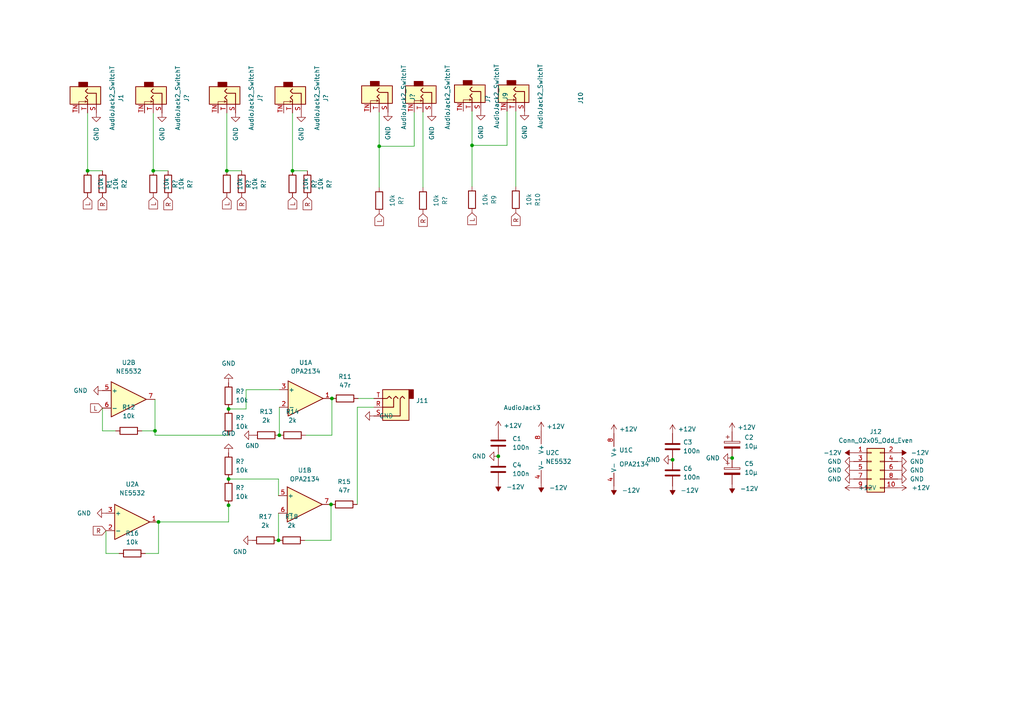
<source format=kicad_sch>
(kicad_sch (version 20211123) (generator eeschema)
  (paper "A4")
  (lib_symbols
    (symbol "Amplifier_Operational:NE5532" (pin_names (offset 0.127))
      (property "Reference" "U" (at 0 5.08 0))
      (property "Value" "NE5532" (at 0 -5.08 0))
      (symbol "NE5532_1_1"
        (polyline (pts (xy -5.08 5.08) (xy 5.08 0) (xy -5.08 -5.08) (xy -5.08 5.08)) (stroke (width 0.254)) (fill (type background)))
        (pin output line (at 7.62 0 180) (length 2.54) (name "~") (number "1"))
        (pin input line (at -7.62 -2.54 0) (length 2.54) (name "-") (number "2"))
        (pin input line (at -7.62 2.54 0) (length 2.54) (name "+") (number "3"))
      )
      (symbol "NE5532_2_1"
        (polyline (pts (xy -5.08 5.08) (xy 5.08 0) (xy -5.08 -5.08) (xy -5.08 5.08)) (stroke (width 0.254)) (fill (type background)))
        (pin input line (at -7.62 2.54 0) (length 2.54) (name "+") (number "5"))
        (pin input line (at -7.62 -2.54 0) (length 2.54) (name "-") (number "6"))
        (pin output line (at 7.62 0 180) (length 2.54) (name "~") (number "7"))
      )
      (symbol "NE5532_3_1"
        (pin power_in line (at -2.54 -7.62 90) (length 3.81) (name "V-") (number "4"))
        (pin power_in line (at -2.54 7.62 270) (length 3.81) (name "V+") (number "8"))
      )
    )
    (symbol "Amplifier_Operational:OPA2134" (pin_names (offset 0.127))
      (property "Reference" "U" (at 0 5.08 0))
      (property "Value" "OPA2134" (at 0 -5.08 0))
      (symbol "OPA2134_1_1"
        (polyline (pts (xy -5.08 5.08) (xy 5.08 0) (xy -5.08 -5.08) (xy -5.08 5.08)) (stroke (width 0.254)) (fill (type background)))
        (pin output line (at 7.62 0 180) (length 2.54) (name "~") (number "1"))
        (pin input line (at -7.62 -2.54 0) (length 2.54) (name "-") (number "2"))
        (pin input line (at -7.62 2.54 0) (length 2.54) (name "+") (number "3"))
      )
      (symbol "OPA2134_2_1"
        (polyline (pts (xy -5.08 5.08) (xy 5.08 0) (xy -5.08 -5.08) (xy -5.08 5.08)) (stroke (width 0.254)) (fill (type background)))
        (pin input line (at -7.62 2.54 0) (length 2.54) (name "+") (number "5"))
        (pin input line (at -7.62 -2.54 0) (length 2.54) (name "-") (number "6"))
        (pin output line (at 7.62 0 180) (length 2.54) (name "~") (number "7"))
      )
      (symbol "OPA2134_3_1"
        (pin power_in line (at -2.54 -7.62 90) (length 3.81) (name "V-") (number "4"))
        (pin power_in line (at -2.54 7.62 270) (length 3.81) (name "V+") (number "8"))
      )
    )
    (symbol "Connector:AudioJack2_SwitchT"
      (property "Reference" "J" (at 0 8.89 0))
      (property "Value" "AudioJack2_SwitchT" (at 0 6.35 0))
      (symbol "AudioJack2_SwitchT_0_1"
        (rectangle (start -2.54 0) (end -3.81 -2.54) (stroke (width 0.254)) (fill (type outline)))
        (polyline (pts (xy 1.778 -0.254) (xy 2.032 -0.762)))
        (polyline (pts (xy 0 0) (xy 0.635 -0.635) (xy 1.27 0) (xy 2.54 0)) (stroke (width 0.254)))
        (polyline (pts (xy 2.54 -2.54) (xy 1.778 -2.54) (xy 1.778 -0.254) (xy 1.524 -0.762)))
        (polyline (pts (xy 2.54 2.54) (xy -0.635 2.54) (xy -0.635 0) (xy -1.27 -0.635) (xy -1.905 0)) (stroke (width 0.254)))
        (rectangle (start 2.54 3.81) (end -2.54 -5.08) (stroke (width 0.254)) (fill (type background)))
      )
      (symbol "AudioJack2_SwitchT_1_1"
        (pin passive line (at 5.08 2.54 180) (length 2.54) (name "~") (number "S"))
        (pin passive line (at 5.08 0 180) (length 2.54) (name "~") (number "T"))
        (pin passive line (at 5.08 -2.54 180) (length 2.54) (name "~") (number "TN"))
      )
    )
    (symbol "Connector:AudioJack3"
      (property "Reference" "J" (at 0 8.89 0))
      (property "Value" "AudioJack3" (at 0 6.35 0))
      (symbol "AudioJack3_0_1"
        (rectangle (start -5.08 -5.08) (end -6.35 -2.54) (stroke (width 0.254)) (fill (type outline)))
        (polyline (pts (xy 0 -2.54) (xy 0.635 -3.175) (xy 1.27 -2.54) (xy 2.54 -2.54)) (stroke (width 0.254)))
        (polyline (pts (xy -1.905 -2.54) (xy -1.27 -3.175) (xy -0.635 -2.54) (xy -0.635 0) (xy 2.54 0)) (stroke (width 0.254)))
        (polyline (pts (xy 2.54 2.54) (xy -2.54 2.54) (xy -2.54 -2.54) (xy -3.175 -3.175) (xy -3.81 -2.54)) (stroke (width 0.254)))
        (rectangle (start 2.54 3.81) (end -5.08 -5.08) (stroke (width 0.254)) (fill (type background)))
      )
      (symbol "AudioJack3_1_1"
        (pin passive line (at 5.08 0 180) (length 2.54) (name "~") (number "R"))
        (pin passive line (at 5.08 2.54 180) (length 2.54) (name "~") (number "S"))
        (pin passive line (at 5.08 -2.54 180) (length 2.54) (name "~") (number "T"))
      )
    )
    (symbol "Connector_Generic:Conn_02x05_Odd_Even" (pin_names (offset 1.016) hide)
      (property "Reference" "J" (at 1.27 7.62 0))
      (property "Value" "Conn_02x05_Odd_Even" (at 1.27 -7.62 0))
      (symbol "Conn_02x05_Odd_Even_1_1"
        (rectangle (start -1.27 -4.953) (end 0 -5.207) (stroke (width 0.1524)))
        (rectangle (start -1.27 -2.413) (end 0 -2.667) (stroke (width 0.1524)))
        (rectangle (start -1.27 0.127) (end 0 -0.127) (stroke (width 0.1524)))
        (rectangle (start -1.27 2.667) (end 0 2.413) (stroke (width 0.1524)))
        (rectangle (start -1.27 5.207) (end 0 4.953) (stroke (width 0.1524)))
        (rectangle (start -1.27 6.35) (end 3.81 -6.35) (stroke (width 0.254)) (fill (type background)))
        (rectangle (start 3.81 -4.953) (end 2.54 -5.207) (stroke (width 0.1524)))
        (rectangle (start 3.81 -2.413) (end 2.54 -2.667) (stroke (width 0.1524)))
        (rectangle (start 3.81 0.127) (end 2.54 -0.127) (stroke (width 0.1524)))
        (rectangle (start 3.81 2.667) (end 2.54 2.413) (stroke (width 0.1524)))
        (rectangle (start 3.81 5.207) (end 2.54 4.953) (stroke (width 0.1524)))
        (pin passive line (at -5.08 5.08 0) (length 3.81) (name "Pin_1") (number "1"))
        (pin passive line (at 7.62 -5.08 180) (length 3.81) (name "Pin_10") (number "10"))
        (pin passive line (at 7.62 5.08 180) (length 3.81) (name "Pin_2") (number "2"))
        (pin passive line (at -5.08 2.54 0) (length 3.81) (name "Pin_3") (number "3"))
        (pin passive line (at 7.62 2.54 180) (length 3.81) (name "Pin_4") (number "4"))
        (pin passive line (at -5.08 0 0) (length 3.81) (name "Pin_5") (number "5"))
        (pin passive line (at 7.62 0 180) (length 3.81) (name "Pin_6") (number "6"))
        (pin passive line (at -5.08 -2.54 0) (length 3.81) (name "Pin_7") (number "7"))
        (pin passive line (at 7.62 -2.54 180) (length 3.81) (name "Pin_8") (number "8"))
        (pin passive line (at -5.08 -5.08 0) (length 3.81) (name "Pin_9") (number "9"))
      )
    )
    (symbol "Device:C" (pin_numbers hide) (pin_names (offset 0.254))
      (property "Reference" "C" (at 0.635 2.54 0))
      (property "Value" "C" (at 0.635 -2.54 0))
      (symbol "C_0_1"
        (polyline (pts (xy -2.032 -0.762) (xy 2.032 -0.762)) (stroke (width 0.508)))
        (polyline (pts (xy -2.032 0.762) (xy 2.032 0.762)) (stroke (width 0.508)))
      )
      (symbol "C_1_1"
        (pin passive line (at 0 3.81 270) (length 2.794) (name "~") (number "1"))
        (pin passive line (at 0 -3.81 90) (length 2.794) (name "~") (number "2"))
      )
    )
    (symbol "Device:C_Polarized" (pin_numbers hide) (pin_names (offset 0.254))
      (property "Reference" "C" (at 0.635 2.54 0))
      (property "Value" "C_Polarized" (at 0.635 -2.54 0))
      (symbol "C_Polarized_0_1"
        (rectangle (start -2.286 0.508) (end 2.286 1.016))
        (polyline (pts (xy -1.778 2.286) (xy -0.762 2.286)))
        (polyline (pts (xy -1.27 2.794) (xy -1.27 1.778)))
        (rectangle (start 2.286 -0.508) (end -2.286 -1.016) (fill (type outline)))
      )
      (symbol "C_Polarized_1_1"
        (pin passive line (at 0 3.81 270) (length 2.794) (name "~") (number "1"))
        (pin passive line (at 0 -3.81 90) (length 2.794) (name "~") (number "2"))
      )
    )
    (symbol "Device:R" (pin_numbers hide) (pin_names (offset 0))
      (property "Reference" "R" (at 2.032 0 90))
      (property "Value" "R" (at 0 0 90))
      (symbol "R_0_1"
        (rectangle (start -1.016 -2.54) (end 1.016 2.54) (stroke (width 0.254)))
      )
      (symbol "R_1_1"
        (pin passive line (at 0 3.81 270) (length 1.27) (name "~") (number "1"))
        (pin passive line (at 0 -3.81 90) (length 1.27) (name "~") (number "2"))
      )
    )
    (symbol "power:+12V" (power) (pin_names (offset 0))
      (property "Value" "+12V" (at 0 3.556 0))
      (symbol "+12V_0_1"
        (polyline (pts (xy -0.762 1.27) (xy 0 2.54)))
        (polyline (pts (xy 0 0) (xy 0 2.54)))
        (polyline (pts (xy 0 2.54) (xy 0.762 1.27)))
      )
      (symbol "+12V_1_1"
        (pin power_in line (at 0 0 90) (length 0) hide (name "+12V") (number "1"))
      )
    )
    (symbol "power:-12V" (power) (pin_names (offset 0))
      (property "Value" "-12V" (at 0 3.81 0))
      (symbol "-12V_0_0"
        (pin power_in line (at 0 0 90) (length 0) hide (name "-12V") (number "1"))
      )
      (symbol "-12V_0_1"
        (polyline (pts (xy 0 0) (xy 0 1.27) (xy 0.762 1.27) (xy 0 2.54) (xy -0.762 1.27) (xy 0 1.27)) (fill (type outline)))
      )
    )
    (symbol "power:GND" (power) (pin_names (offset 0))
      (property "Value" "GND" (at 0 -3.81 0))
      (symbol "GND_0_1"
        (polyline (pts (xy 0 0) (xy 0 -1.27) (xy 1.27 -1.27) (xy 0 -2.54) (xy -1.27 -1.27) (xy 0 -1.27)))
      )
      (symbol "GND_1_1"
        (pin power_in line (at 0 0 270) (length 0) hide (name "GND") (number "1"))
      )
    )
  )
  (junction (at 212.344 132.842))
  (junction (at 25.4 49.53))
  (junction (at 81.026 126.238))
  (junction (at 109.982 42.418))
  (junction (at 66.294 138.938))
  (junction (at 144.526 132.334))
  (junction (at 80.772 156.718))
  (junction (at 96.266 115.57))
  (junction (at 44.45 49.53))
  (junction (at 136.906 42.164))
  (junction (at 195.072 133.35))
  (junction (at 44.958 124.968))
  (junction (at 96.012 146.304))
  (junction (at 65.786 49.53))
  (junction (at 66.294 118.618))
  (junction (at 45.974 151.384))
  (junction (at 66.294 146.558))
  (junction (at 84.836 49.53))
  (wire (pts (xy 80.772 138.938) (xy 80.772 143.764)))
  (wire (pts (xy 96.012 146.304) (xy 96.012 156.718)))
  (wire (pts (xy 122.682 32.512) (xy 122.682 54.356)))
  (wire (pts (xy 42.164 160.528) (xy 45.974 160.528)))
  (wire (pts (xy 41.148 124.968) (xy 44.958 124.968)))
  (wire (pts (xy 44.958 115.824) (xy 44.958 124.968)))
  (wire (pts (xy 44.958 124.968) (xy 44.958 126.238)))
  (wire (pts (xy 45.974 160.528) (xy 45.974 151.384)))
  (wire (pts (xy 136.906 42.164) (xy 136.906 54.102)))
  (wire (pts (xy 80.772 148.844) (xy 80.772 156.718)))
  (wire (pts (xy 147.066 32.258) (xy 147.066 42.164)))
  (wire (pts (xy 88.392 156.718) (xy 96.012 156.718)))
  (wire (pts (xy 25.4 49.53) (xy 29.718 49.53)))
  (wire (pts (xy 44.45 49.53) (xy 48.768 49.53)))
  (wire (pts (xy 30.734 160.528) (xy 30.734 153.924)))
  (wire (pts (xy 120.142 32.512) (xy 120.142 42.418)))
  (wire (pts (xy 120.142 42.418) (xy 109.982 42.418)))
  (wire (pts (xy 136.906 42.164) (xy 136.906 32.258)))
  (wire (pts (xy 66.294 138.938) (xy 80.772 138.938)))
  (wire (pts (xy 44.45 32.766) (xy 44.45 49.53)))
  (wire (pts (xy 81.026 118.11) (xy 81.026 126.238)))
  (wire (pts (xy 147.066 42.164) (xy 136.906 42.164)))
  (wire (pts (xy 109.982 42.418) (xy 109.982 32.512)))
  (wire (pts (xy 71.374 118.618) (xy 66.294 118.618)))
  (wire (pts (xy 108.458 115.57) (xy 103.886 115.57)))
  (wire (pts (xy 66.294 146.558) (xy 66.294 151.384)))
  (wire (pts (xy 149.606 32.258) (xy 149.606 54.102)))
  (wire (pts (xy 84.836 49.53) (xy 89.154 49.53)))
  (wire (pts (xy 25.4 32.766) (xy 25.4 49.53)))
  (wire (pts (xy 109.982 42.418) (xy 109.982 54.356)))
  (wire (pts (xy 65.786 32.766) (xy 65.786 49.53)))
  (wire (pts (xy 84.836 32.766) (xy 84.836 49.53)))
  (wire (pts (xy 81.026 113.03) (xy 71.374 113.03)))
  (wire (pts (xy 34.544 160.528) (xy 30.734 160.528)))
  (wire (pts (xy 66.294 126.238) (xy 44.958 126.238)))
  (wire (pts (xy 65.786 49.53) (xy 70.104 49.53)))
  (wire (pts (xy 71.374 113.03) (xy 71.374 118.618)))
  (wire (pts (xy 29.718 124.968) (xy 29.718 118.364)))
  (wire (pts (xy 33.528 124.968) (xy 29.718 124.968)))
  (wire (pts (xy 103.632 118.11) (xy 103.632 146.304)))
  (wire (pts (xy 88.646 126.238) (xy 96.266 126.238)))
  (wire (pts (xy 96.266 126.238) (xy 96.266 115.57)))
  (wire (pts (xy 108.458 118.11) (xy 103.632 118.11)))
  (wire (pts (xy 66.294 146.304) (xy 66.294 146.558)))
  (wire (pts (xy 66.294 151.384) (xy 45.974 151.384)))
  (global_label "R" (shape input) (at 30.734 153.924 180) (property "Intersheet References" "${INTERSHEET_REFS}" (effects hide)))
  (global_label "L" (shape input) (at 44.45 57.15 270) (property "Intersheet References" "${INTERSHEET_REFS}" (effects hide)))
  (global_label "R" (shape input) (at 29.718 57.15 270) (property "Intersheet References" "${INTERSHEET_REFS}" (effects hide)))
  (global_label "R" (shape input) (at 122.682 61.976 270) (property "Intersheet References" "${INTERSHEET_REFS}" (effects hide)))
  (global_label "R" (shape input) (at 48.768 57.15 270) (property "Intersheet References" "${INTERSHEET_REFS}" (effects hide)))
  (global_label "L" (shape input) (at 136.906 61.722 270) (property "Intersheet References" "${INTERSHEET_REFS}" (effects hide)))
  (global_label "L" (shape input) (at 25.4 57.15 270) (property "Intersheet References" "${INTERSHEET_REFS}" (effects hide)))
  (global_label "R" (shape input) (at 89.154 57.15 270) (property "Intersheet References" "${INTERSHEET_REFS}" (effects hide)))
  (global_label "L" (shape input) (at 29.718 118.364 180) (property "Intersheet References" "${INTERSHEET_REFS}" (effects hide)))
  (global_label "L" (shape input) (at 109.982 61.976 270) (property "Intersheet References" "${INTERSHEET_REFS}" (effects hide)))
  (global_label "L" (shape input) (at 84.836 57.15 270) (property "Intersheet References" "${INTERSHEET_REFS}" (effects hide)))
  (global_label "R" (shape input) (at 70.104 57.15 270) (property "Intersheet References" "${INTERSHEET_REFS}" (effects hide)))
  (global_label "R" (shape input) (at 149.606 61.722 270) (property "Intersheet References" "${INTERSHEET_REFS}" (effects hide)))
  (global_label "L" (shape input) (at 65.786 57.15 270) (property "Intersheet References" "${INTERSHEET_REFS}" (effects hide)))
  (symbol (lib_id "power:GND") (at 27.94 32.766 0) (unit 1)
    (property "Reference" "#PWR01" (effects hide))
    (property "Value" "GND" (at 27.9401 36.83 90) (effects (justify right)))
  )
  (symbol (lib_id "power:GND") (at 247.65 133.858 270) (unit 1)
    (property "Reference" "#PWR025" (effects hide))
    (property "Value" "GND" (at 244.094 133.8579 90) (effects (justify right)))
  )
  (symbol (lib_id "power:GND") (at 66.294 110.998 180) (unit 1)
    (property "Reference" "#PWR018" (effects hide))
    (property "Value" "GND" (at 66.294 105.41 0))
  )
  (symbol (lib_id "Device:R") (at 76.962 156.718 90) (unit 1)
    (property "Reference" "R17" (at 76.962 149.86 90))
    (property "Value" "2k" (at 76.962 152.4 90))
    (property "Footprint" "Resistor_SMD:R_0805_2012Metric_Pad1.20x1.40mm_HandSolder" (effects hide))
  )
  (symbol (lib_id "power:+12V") (at 156.972 124.968 0) (unit 1)
    (property "Reference" "#PWR014" (effects hide))
    (property "Value" "+12V" (at 158.496 123.6979 0) (effects (justify left)))
  )
  (symbol (lib_id "Device:R") (at 25.4 53.34 0) (unit 1)
    (property "Reference" "R1" (at 31.75 53.34 90))
    (property "Value" "10k" (at 29.21 53.34 90))
    (property "Footprint" "Resistor_SMD:R_0805_2012Metric_Pad1.20x1.40mm_HandSolder" (effects hide))
  )
  (symbol (lib_id "Connector:AudioJack2_SwitchT") (at 109.982 27.432 270) (unit 1)
    (property "Reference" "J?" (at 119.634 28.194 0))
    (property "Value" "AudioJack2_SwitchT" (at 117.094 28.194 0))
    (property "Footprint" "AudioJacks:Jack_3.5mm_QingPu_WQP-PJ398SM_Vertical" (effects hide))
  )
  (symbol (lib_id "power:GND") (at 260.35 138.938 90) (mirror x) (unit 1)
    (property "Reference" "#PWR031" (effects hide))
    (property "Value" "GND" (at 263.906 138.9379 90) (effects (justify right)))
  )
  (symbol (lib_id "power:GND") (at 212.344 132.842 270) (unit 1)
    (property "Reference" "#PWR023" (effects hide))
    (property "Value" "GND" (at 208.788 132.8419 90) (effects (justify right)))
  )
  (symbol (lib_id "Device:R") (at 100.076 115.57 90) (unit 1)
    (property "Reference" "R11" (at 100.076 109.22 90))
    (property "Value" "47r" (at 100.076 111.76 90))
    (property "Footprint" "Resistor_SMD:R_0805_2012Metric_Pad1.20x1.40mm_HandSolder" (effects hide))
  )
  (symbol (lib_id "power:GND") (at 152.146 32.258 0) (unit 1)
    (property "Reference" "#PWR010" (effects hide))
    (property "Value" "GND" (at 152.1461 36.322 90) (effects (justify right)))
  )
  (symbol (lib_id "Amplifier_Operational:NE5532") (at 37.338 115.824 0) (unit 2)
    (property "Reference" "U2" (at 37.338 105.156 0))
    (property "Value" "NE5532" (at 37.338 107.696 0))
    (property "Footprint" "Package_SO:SOIC-8_3.9x4.9mm_P1.27mm" (effects hide))
    (property "Datasheet" "http://www.ti.com/lit/ds/symlink/ne5532.pdf" (effects hide))
  )
  (symbol (lib_id "Amplifier_Operational:NE5532") (at 159.512 132.588 0) (unit 3)
    (property "Reference" "U2" (at 158.242 131.3179 0) (effects (justify left)))
    (property "Value" "NE5532" (at 158.242 133.8579 0) (effects (justify left)))
    (property "Footprint" "Package_SO:SOIC-8_3.9x4.9mm_P1.27mm" (effects hide))
    (property "Datasheet" "http://www.ti.com/lit/ds/symlink/ne5532.pdf" (effects hide))
  )
  (symbol (lib_id "power:GND") (at 73.152 156.718 270) (unit 1)
    (property "Reference" "#PWR040" (effects hide))
    (property "Value" "GND" (at 67.564 160.0199 90) (effects (justify left)))
  )
  (symbol (lib_id "Device:R") (at 70.104 53.34 0) (unit 1)
    (property "Reference" "R?" (at 76.454 53.34 90))
    (property "Value" "10k" (at 73.914 53.34 90))
    (property "Footprint" "Resistor_SMD:R_0805_2012Metric_Pad1.20x1.40mm_HandSolder" (effects hide))
  )
  (symbol (lib_id "Device:C") (at 195.072 137.16 0) (unit 1)
    (property "Reference" "C6" (at 198.12 135.8899 0) (effects (justify left)))
    (property "Value" "100n" (at 198.12 138.4299 0) (effects (justify left)))
    (property "Footprint" "Capacitor_SMD:C_0805_2012Metric_Pad1.18x1.45mm_HandSolder" (effects hide))
  )
  (symbol (lib_id "Device:R") (at 38.354 160.528 90) (unit 1)
    (property "Reference" "R16" (at 38.354 154.686 90))
    (property "Value" "10k" (at 38.354 157.226 90))
    (property "Footprint" "Resistor_SMD:R_0805_2012Metric_Pad1.20x1.40mm_HandSolder" (effects hide))
  )
  (symbol (lib_id "Connector:AudioJack2_SwitchT") (at 136.906 27.178 270) (unit 1)
    (property "Reference" "J9" (at 146.558 27.94 0))
    (property "Value" "AudioJack2_SwitchT" (at 144.018 27.94 0))
    (property "Footprint" "AudioJacks:Jack_3.5mm_QingPu_WQP-PJ398SM_Vertical" (effects hide))
  )
  (symbol (lib_id "Device:C_Polarized") (at 212.344 129.032 0) (unit 1)
    (property "Reference" "C2" (at 215.9 126.8729 0) (effects (justify left)))
    (property "Value" "10μ" (at 215.9 129.4129 0) (effects (justify left)))
    (property "Footprint" "Capacitor_SMD:CP_Elec_5x4.5" (effects hide))
  )
  (symbol (lib_id "power:GND") (at 30.734 148.844 270) (unit 1)
    (property "Reference" "#PWR037" (effects hide))
    (property "Value" "GND" (at 26.416 148.8439 90) (effects (justify right)))
  )
  (symbol (lib_id "Device:R") (at 48.768 53.34 0) (unit 1)
    (property "Reference" "R?" (at 55.118 53.34 90))
    (property "Value" "10k" (at 52.578 53.34 90))
    (property "Footprint" "Resistor_SMD:R_0805_2012Metric_Pad1.20x1.40mm_HandSolder" (effects hide))
  )
  (symbol (lib_id "power:+12V") (at 212.344 125.222 0) (unit 1)
    (property "Reference" "#PWR015" (effects hide))
    (property "Value" "+12V" (at 213.868 123.9519 0) (effects (justify left)))
  )
  (symbol (lib_id "Device:R") (at 66.294 142.748 180) (unit 1)
    (property "Reference" "R?" (at 68.326 141.4779 0) (effects (justify right)))
    (property "Value" "10k" (at 68.326 144.0179 0) (effects (justify right)))
    (property "Footprint" "Resistor_SMD:R_0805_2012Metric_Pad1.20x1.40mm_HandSolder" (effects hide))
  )
  (symbol (lib_id "power:+12V") (at 247.65 141.478 90) (unit 1)
    (property "Reference" "#PWR038" (effects hide))
    (property "Value" "+12V" (at 248.92 141.4779 90) (effects (justify right)))
  )
  (symbol (lib_id "power:+12V") (at 260.35 141.478 270) (unit 1)
    (property "Reference" "#PWR039" (effects hide))
    (property "Value" "+12V" (at 264.414 141.4779 90) (effects (justify left)))
  )
  (symbol (lib_id "power:-12V") (at 212.344 140.462 180) (unit 1)
    (property "Reference" "#PWR034" (effects hide))
    (property "Value" "-12V" (at 214.63 141.7318 0) (effects (justify right)))
  )
  (symbol (lib_id "power:GND") (at 68.326 32.766 0) (unit 1)
    (property "Reference" "#PWR?" (effects hide))
    (property "Value" "GND" (at 68.3261 36.83 90) (effects (justify right)))
  )
  (symbol (lib_id "Device:C") (at 144.526 128.524 0) (unit 1)
    (property "Reference" "C1" (at 148.59 127.2539 0) (effects (justify left)))
    (property "Value" "100n" (at 148.59 129.7939 0) (effects (justify left)))
    (property "Footprint" "Capacitor_SMD:C_0805_2012Metric_Pad1.18x1.45mm_HandSolder" (effects hide))
  )
  (symbol (lib_id "power:GND") (at 73.406 126.238 270) (unit 1)
    (property "Reference" "#PWR019" (effects hide))
    (property "Value" "GND" (at 71.12 129.2859 90) (effects (justify left)))
  )
  (symbol (lib_id "Amplifier_Operational:OPA2134") (at 88.392 146.304 0) (unit 2)
    (property "Reference" "U1" (at 88.392 136.398 0))
    (property "Value" "OPA2134" (at 88.392 138.938 0))
    (property "Footprint" "Package_SO:SOIC-8_3.9x4.9mm_P1.27mm" (effects hide))
    (property "Datasheet" "http://www.ti.com/lit/ds/symlink/opa134.pdf" (effects hide))
  )
  (symbol (lib_id "power:GND") (at 195.072 133.35 270) (unit 1)
    (property "Reference" "#PWR024" (effects hide))
    (property "Value" "GND" (at 191.516 133.3499 90) (effects (justify right)))
  )
  (symbol (lib_id "power:GND") (at 247.65 136.398 270) (unit 1)
    (property "Reference" "#PWR027" (effects hide))
    (property "Value" "GND" (at 244.094 136.3979 90) (effects (justify right)))
  )
  (symbol (lib_id "power:-12V") (at 178.054 140.97 180) (unit 1)
    (property "Reference" "#PWR035" (effects hide))
    (property "Value" "-12V" (at 180.34 142.2398 0) (effects (justify right)))
  )
  (symbol (lib_id "Device:R") (at 84.582 156.718 90) (unit 1)
    (property "Reference" "R18" (at 84.582 149.86 90))
    (property "Value" "2k" (at 84.582 152.4 90))
    (property "Footprint" "Resistor_SMD:R_0805_2012Metric_Pad1.20x1.40mm_HandSolder" (effects hide))
  )
  (symbol (lib_id "power:GND") (at 87.376 32.766 0) (unit 1)
    (property "Reference" "#PWR?" (effects hide))
    (property "Value" "GND" (at 87.3761 36.83 90) (effects (justify right)))
  )
  (symbol (lib_id "power:-12V") (at 144.526 139.954 180) (unit 1)
    (property "Reference" "#PWR032" (effects hide))
    (property "Value" "-12V" (at 146.812 141.2238 0) (effects (justify right)))
  )
  (symbol (lib_id "power:GND") (at 125.222 32.512 0) (unit 1)
    (property "Reference" "#PWR?" (effects hide))
    (property "Value" "GND" (at 125.2221 36.576 90) (effects (justify right)))
  )
  (symbol (lib_id "power:GND") (at 108.458 120.65 270) (unit 1)
    (property "Reference" "#PWR012" (effects hide))
    (property "Value" "GND" (at 109.982 120.6499 90) (effects (justify left)))
  )
  (symbol (lib_id "Device:C") (at 144.526 136.144 0) (unit 1)
    (property "Reference" "C4" (at 148.59 134.8739 0) (effects (justify left)))
    (property "Value" "100n" (at 148.59 137.4139 0) (effects (justify left)))
    (property "Footprint" "Capacitor_SMD:C_0805_2012Metric_Pad1.18x1.45mm_HandSolder" (effects hide))
  )
  (symbol (lib_id "Device:R") (at 84.836 53.34 0) (unit 1)
    (property "Reference" "R?" (at 91.186 53.34 90))
    (property "Value" "10k" (at 88.646 53.34 90))
    (property "Footprint" "Resistor_SMD:R_0805_2012Metric_Pad1.20x1.40mm_HandSolder" (effects hide))
  )
  (symbol (lib_id "Amplifier_Operational:OPA2134") (at 88.646 115.57 0) (unit 1)
    (property "Reference" "U1" (at 88.646 105.156 0))
    (property "Value" "OPA2134" (at 88.646 107.696 0))
    (property "Footprint" "Package_SO:SOIC-8_3.9x4.9mm_P1.27mm" (effects hide))
    (property "Datasheet" "http://www.ti.com/lit/ds/symlink/opa134.pdf" (effects hide))
  )
  (symbol (lib_id "power:GND") (at 112.522 32.512 0) (unit 1)
    (property "Reference" "#PWR?" (effects hide))
    (property "Value" "GND" (at 112.5221 36.576 90) (effects (justify right)))
  )
  (symbol (lib_id "Connector:AudioJack3") (at 113.538 118.11 180) (unit 1)
    (property "Reference" "J11" (at 120.65 116.2049 0) (effects (justify right)))
    (property "Value" "AudioJack3" (at 146.05 118.2369 0) (effects (justify right)))
    (property "Footprint" "Pale Slim Ghost:Jack_3.5mm_QingPu_WQP-PJ366ST_Vertical" (effects hide))
  )
  (symbol (lib_id "Device:R") (at 149.606 57.912 0) (unit 1)
    (property "Reference" "R10" (at 155.956 57.912 90))
    (property "Value" "10k" (at 153.416 57.912 90))
    (property "Footprint" "Resistor_SMD:R_0805_2012Metric_Pad1.20x1.40mm_HandSolder" (effects hide))
  )
  (symbol (lib_id "power:-12V") (at 247.65 131.318 90) (unit 1)
    (property "Reference" "#PWR020" (effects hide))
    (property "Value" "-12V" (at 244.094 131.3179 90) (effects (justify left)))
  )
  (symbol (lib_id "Device:R") (at 29.718 53.34 0) (unit 1)
    (property "Reference" "R2" (at 36.068 53.34 90))
    (property "Value" "10k" (at 33.528 53.34 90))
    (property "Footprint" "Resistor_SMD:R_0805_2012Metric_Pad1.20x1.40mm_HandSolder" (effects hide))
  )
  (symbol (lib_id "power:-12V") (at 156.972 140.208 180) (unit 1)
    (property "Reference" "#PWR033" (effects hide))
    (property "Value" "-12V" (at 159.258 141.4778 0) (effects (justify right)))
  )
  (symbol (lib_id "power:GND") (at 66.294 131.318 0) (mirror x) (unit 1)
    (property "Reference" "#PWR029" (effects hide))
    (property "Value" "GND" (at 66.294 125.73 0))
  )
  (symbol (lib_id "Device:R") (at 84.836 126.238 90) (unit 1)
    (property "Reference" "R14" (at 84.836 119.38 90))
    (property "Value" "2k" (at 84.836 121.92 90))
    (property "Footprint" "Resistor_SMD:R_0805_2012Metric_Pad1.20x1.40mm_HandSolder" (effects hide))
  )
  (symbol (lib_id "power:GND") (at 247.65 138.938 270) (unit 1)
    (property "Reference" "#PWR030" (effects hide))
    (property "Value" "GND" (at 244.094 138.9379 90) (effects (justify right)))
  )
  (symbol (lib_id "power:+12V") (at 178.054 125.73 0) (unit 1)
    (property "Reference" "#PWR016" (effects hide))
    (property "Value" "+12V" (at 179.578 124.4599 0) (effects (justify left)))
  )
  (symbol (lib_id "Connector:AudioJack2_SwitchT") (at 44.45 27.686 270) (unit 1)
    (property "Reference" "J?" (at 54.102 28.448 0))
    (property "Value" "AudioJack2_SwitchT" (at 51.562 28.448 0))
    (property "Footprint" "AudioJacks:Jack_3.5mm_QingPu_WQP-PJ398SM_Vertical" (effects hide))
  )
  (symbol (lib_id "Device:R") (at 66.294 114.808 180) (unit 1)
    (property "Reference" "R?" (at 68.326 113.5379 0) (effects (justify right)))
    (property "Value" "10k" (at 68.326 116.0779 0) (effects (justify right)))
    (property "Footprint" "Resistor_SMD:R_0805_2012Metric_Pad1.20x1.40mm_HandSolder" (effects hide))
  )
  (symbol (lib_id "Device:R") (at 65.786 53.34 0) (unit 1)
    (property "Reference" "R?" (at 72.136 53.34 90))
    (property "Value" "10k" (at 69.596 53.34 90))
    (property "Footprint" "Resistor_SMD:R_0805_2012Metric_Pad1.20x1.40mm_HandSolder" (effects hide))
  )
  (symbol (lib_id "Device:R") (at 136.906 57.912 0) (unit 1)
    (property "Reference" "R9" (at 143.256 57.912 90))
    (property "Value" "10k" (at 140.716 57.912 90))
    (property "Footprint" "Resistor_SMD:R_0805_2012Metric_Pad1.20x1.40mm_HandSolder" (effects hide))
  )
  (symbol (lib_id "Device:R") (at 89.154 53.34 0) (unit 1)
    (property "Reference" "R?" (at 95.504 53.34 90))
    (property "Value" "10k" (at 92.964 53.34 90))
    (property "Footprint" "Resistor_SMD:R_0805_2012Metric_Pad1.20x1.40mm_HandSolder" (effects hide))
  )
  (symbol (lib_id "Connector:AudioJack2_SwitchT") (at 84.836 27.686 270) (unit 1)
    (property "Reference" "J?" (at 94.488 28.448 0))
    (property "Value" "AudioJack2_SwitchT" (at 91.948 28.448 0))
    (property "Footprint" "AudioJacks:Jack_3.5mm_QingPu_WQP-PJ398SM_Vertical" (effects hide))
  )
  (symbol (lib_id "power:+12V") (at 195.072 125.73 0) (unit 1)
    (property "Reference" "#PWR017" (effects hide))
    (property "Value" "+12V" (at 196.596 124.4599 0) (effects (justify left)))
  )
  (symbol (lib_id "power:GND") (at 260.35 136.398 90) (mirror x) (unit 1)
    (property "Reference" "#PWR028" (effects hide))
    (property "Value" "GND" (at 263.906 136.3979 90) (effects (justify right)))
  )
  (symbol (lib_id "power:+12V") (at 144.526 124.714 0) (unit 1)
    (property "Reference" "#PWR013" (effects hide))
    (property "Value" "+12V" (at 146.05 123.4439 0) (effects (justify left)))
  )
  (symbol (lib_id "Device:R") (at 37.338 124.968 90) (unit 1)
    (property "Reference" "R12" (at 37.338 118.11 90))
    (property "Value" "10k" (at 37.338 120.65 90))
    (property "Footprint" "Resistor_SMD:R_0805_2012Metric_Pad1.20x1.40mm_HandSolder" (effects hide))
  )
  (symbol (lib_id "Device:R") (at 77.216 126.238 90) (unit 1)
    (property "Reference" "R13" (at 77.216 119.38 90))
    (property "Value" "2k" (at 77.216 121.92 90))
    (property "Footprint" "Resistor_SMD:R_0805_2012Metric_Pad1.20x1.40mm_HandSolder" (effects hide))
  )
  (symbol (lib_id "power:GND") (at 139.446 32.258 0) (unit 1)
    (property "Reference" "#PWR09" (effects hide))
    (property "Value" "GND" (at 139.4461 36.322 90) (effects (justify right)))
  )
  (symbol (lib_id "Device:R") (at 66.294 122.428 180) (unit 1)
    (property "Reference" "R?" (at 68.326 121.1579 0) (effects (justify right)))
    (property "Value" "10k" (at 68.326 123.6979 0) (effects (justify right)))
    (property "Footprint" "Resistor_SMD:R_0805_2012Metric_Pad1.20x1.40mm_HandSolder" (effects hide))
  )
  (symbol (lib_id "Device:R") (at 44.45 53.34 0) (unit 1)
    (property "Reference" "R?" (at 50.8 53.34 90))
    (property "Value" "10k" (at 48.26 53.34 90))
    (property "Footprint" "Resistor_SMD:R_0805_2012Metric_Pad1.20x1.40mm_HandSolder" (effects hide))
  )
  (symbol (lib_id "Connector_Generic:Conn_02x05_Odd_Even") (at 252.73 136.398 0) (unit 1)
    (property "Reference" "J12" (at 254 125.222 0))
    (property "Value" "Conn_02x05_Odd_Even" (at 254 127.762 0))
    (property "Footprint" "Connector_PinHeader_2.54mm:PinHeader_2x05_P2.54mm_Vertical_SMD" (effects hide))
  )
  (symbol (lib_id "Device:R") (at 66.294 135.128 180) (unit 1)
    (property "Reference" "R?" (at 68.326 133.8579 0) (effects (justify right)))
    (property "Value" "10k" (at 68.326 136.3979 0) (effects (justify right)))
    (property "Footprint" "Resistor_SMD:R_0805_2012Metric_Pad1.20x1.40mm_HandSolder" (effects hide))
  )
  (symbol (lib_id "Connector:AudioJack2_SwitchT") (at 65.786 27.686 270) (unit 1)
    (property "Reference" "J?" (at 75.438 28.448 0))
    (property "Value" "AudioJack2_SwitchT" (at 72.898 28.448 0))
    (property "Footprint" "AudioJacks:Jack_3.5mm_QingPu_WQP-PJ398SM_Vertical" (effects hide))
  )
  (symbol (lib_id "power:-12V") (at 260.35 131.318 270) (unit 1)
    (property "Reference" "#PWR021" (effects hide))
    (property "Value" "-12V" (at 264.16 131.3179 90) (effects (justify left)))
  )
  (symbol (lib_id "Device:C_Polarized") (at 212.344 136.652 0) (unit 1)
    (property "Reference" "C5" (at 215.9 134.4929 0) (effects (justify left)))
    (property "Value" "10μ" (at 215.9 137.0329 0) (effects (justify left)))
    (property "Footprint" "Capacitor_SMD:CP_Elec_5x4.5" (effects hide))
  )
  (symbol (lib_id "Device:R") (at 109.982 58.166 0) (unit 1)
    (property "Reference" "R?" (at 116.332 58.166 90))
    (property "Value" "10k" (at 113.792 58.166 90))
    (property "Footprint" "Resistor_SMD:R_0805_2012Metric_Pad1.20x1.40mm_HandSolder" (effects hide))
  )
  (symbol (lib_id "Device:R") (at 99.822 146.304 90) (unit 1)
    (property "Reference" "R15" (at 99.822 139.7 90))
    (property "Value" "47r" (at 99.822 142.24 90))
    (property "Footprint" "Resistor_SMD:R_0805_2012Metric_Pad1.20x1.40mm_HandSolder" (effects hide))
  )
  (symbol (lib_id "power:GND") (at 46.99 32.766 0) (unit 1)
    (property "Reference" "#PWR?" (effects hide))
    (property "Value" "GND" (at 46.9901 36.83 90) (effects (justify right)))
  )
  (symbol (lib_id "power:GND") (at 260.35 133.858 90) (mirror x) (unit 1)
    (property "Reference" "#PWR026" (effects hide))
    (property "Value" "GND" (at 263.906 133.8579 90) (effects (justify right)))
  )
  (symbol (lib_id "Connector:AudioJack2_SwitchT") (at 149.606 27.178 270) (unit 1)
    (property "Reference" "J10" (at 168.402 28.448 0))
    (property "Value" "AudioJack2_SwitchT" (at 156.718 27.94 0))
    (property "Footprint" "AudioJacks:Jack_3.5mm_QingPu_WQP-PJ398SM_Vertical" (effects hide))
  )
  (symbol (lib_id "Device:R") (at 122.682 58.166 0) (unit 1)
    (property "Reference" "R?" (at 129.032 58.166 90))
    (property "Value" "10k" (at 126.492 58.166 90))
    (property "Footprint" "Resistor_SMD:R_0805_2012Metric_Pad1.20x1.40mm_HandSolder" (effects hide))
  )
  (symbol (lib_id "power:-12V") (at 195.072 140.97 180) (unit 1)
    (property "Reference" "#PWR036" (effects hide))
    (property "Value" "-12V" (at 197.358 142.2398 0) (effects (justify right)))
  )
  (symbol (lib_id "power:GND") (at 29.718 113.284 270) (unit 1)
    (property "Reference" "#PWR011" (effects hide))
    (property "Value" "GND" (at 25.4 113.2839 90) (effects (justify right)))
  )
  (symbol (lib_id "Amplifier_Operational:NE5532") (at 38.354 151.384 0) (unit 1)
    (property "Reference" "U2" (at 38.354 140.462 0))
    (property "Value" "NE5532" (at 38.354 143.002 0))
    (property "Footprint" "Package_SO:SOIC-8_3.9x4.9mm_P1.27mm" (effects hide))
    (property "Datasheet" "http://www.ti.com/lit/ds/symlink/ne5532.pdf" (effects hide))
  )
  (symbol (lib_id "Device:C") (at 195.072 129.54 0) (unit 1)
    (property "Reference" "C3" (at 198.12 128.2699 0) (effects (justify left)))
    (property "Value" "100n" (at 198.12 130.8099 0) (effects (justify left)))
    (property "Footprint" "Capacitor_SMD:C_0805_2012Metric_Pad1.18x1.45mm_HandSolder" (effects hide))
  )
  (symbol (lib_id "Connector:AudioJack2_SwitchT") (at 25.4 27.686 270) (unit 1)
    (property "Reference" "J1" (at 35.052 28.448 0))
    (property "Value" "AudioJack2_SwitchT" (at 32.512 28.448 0))
    (property "Footprint" "AudioJacks:Jack_3.5mm_QingPu_WQP-PJ398SM_Vertical" (effects hide))
  )
  (symbol (lib_id "Amplifier_Operational:OPA2134") (at 180.594 133.35 0) (unit 3)
    (property "Reference" "U1" (at 179.578 130.5559 0) (effects (justify left)))
    (property "Value" "OPA2134" (at 179.578 134.6199 0) (effects (justify left)))
    (property "Footprint" "Package_SO:SOIC-8_3.9x4.9mm_P1.27mm" (effects hide))
    (property "Datasheet" "http://www.ti.com/lit/ds/symlink/opa134.pdf" (effects hide))
  )
  (symbol (lib_id "Connector:AudioJack2_SwitchT") (at 122.682 27.432 270) (unit 1)
    (property "Reference" "J?" (at 141.478 28.702 0))
    (property "Value" "AudioJack2_SwitchT" (at 129.794 28.194 0))
    (property "Footprint" "AudioJacks:Jack_3.5mm_QingPu_WQP-PJ398SM_Vertical" (effects hide))
  )
  (symbol (lib_id "power:GND") (at 144.526 132.334 270) (unit 1)
    (property "Reference" "#PWR022" (effects hide))
    (property "Value" "GND" (at 140.97 132.3339 90) (effects (justify right)))
  )
)
</source>
